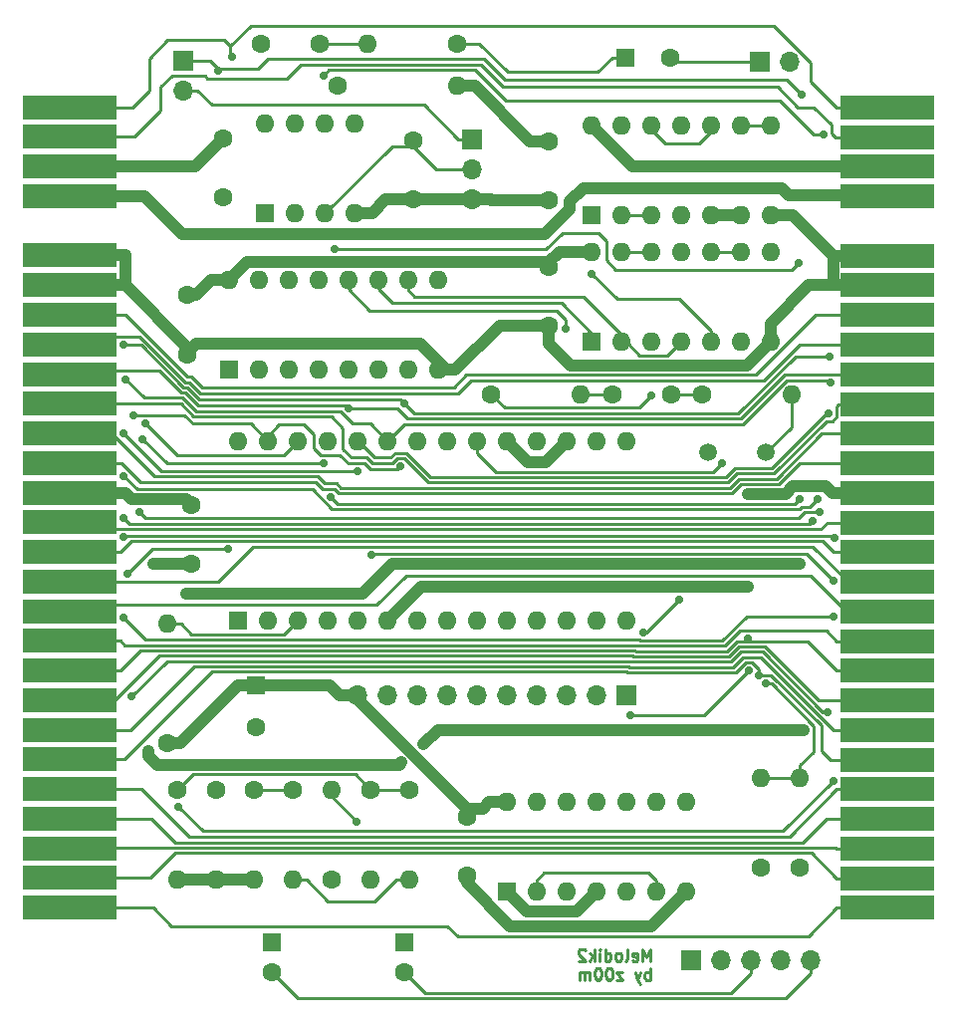
<source format=gbl>
G04 #@! TF.GenerationSoftware,KiCad,Pcbnew,6.0.11+dfsg-1*
G04 #@! TF.CreationDate,2025-03-28T14:55:45+01:00*
G04 #@! TF.ProjectId,Melodik2,4d656c6f-6469-46b3-922e-6b696361645f,2.0*
G04 #@! TF.SameCoordinates,Original*
G04 #@! TF.FileFunction,Copper,L2,Bot*
G04 #@! TF.FilePolarity,Positive*
%FSLAX46Y46*%
G04 Gerber Fmt 4.6, Leading zero omitted, Abs format (unit mm)*
G04 Created by KiCad (PCBNEW 6.0.11+dfsg-1) date 2025-03-28 14:55:45*
%MOMM*%
%LPD*%
G01*
G04 APERTURE LIST*
%ADD10C,0.250000*%
G04 #@! TA.AperFunction,NonConductor*
%ADD11C,0.250000*%
G04 #@! TD*
G04 #@! TA.AperFunction,ComponentPad*
%ADD12C,1.600000*%
G04 #@! TD*
G04 #@! TA.AperFunction,ComponentPad*
%ADD13O,1.600000X1.600000*%
G04 #@! TD*
G04 #@! TA.AperFunction,ComponentPad*
%ADD14R,1.600000X1.600000*%
G04 #@! TD*
G04 #@! TA.AperFunction,SMDPad,CuDef*
%ADD15R,8.000000X2.000000*%
G04 #@! TD*
G04 #@! TA.AperFunction,ComponentPad*
%ADD16R,1.700000X1.700000*%
G04 #@! TD*
G04 #@! TA.AperFunction,ComponentPad*
%ADD17O,1.700000X1.700000*%
G04 #@! TD*
G04 #@! TA.AperFunction,ComponentPad*
%ADD18C,1.500000*%
G04 #@! TD*
G04 #@! TA.AperFunction,ViaPad*
%ADD19C,0.700000*%
G04 #@! TD*
G04 #@! TA.AperFunction,ViaPad*
%ADD20C,1.000000*%
G04 #@! TD*
G04 #@! TA.AperFunction,Conductor*
%ADD21C,0.250000*%
G04 #@! TD*
G04 #@! TA.AperFunction,Conductor*
%ADD22C,1.000000*%
G04 #@! TD*
G04 APERTURE END LIST*
D10*
D11*
X160557619Y-126067380D02*
X160557619Y-125067380D01*
X160224285Y-125781666D01*
X159890952Y-125067380D01*
X159890952Y-126067380D01*
X159033809Y-126019761D02*
X159129047Y-126067380D01*
X159319523Y-126067380D01*
X159414761Y-126019761D01*
X159462380Y-125924523D01*
X159462380Y-125543571D01*
X159414761Y-125448333D01*
X159319523Y-125400714D01*
X159129047Y-125400714D01*
X159033809Y-125448333D01*
X158986190Y-125543571D01*
X158986190Y-125638809D01*
X159462380Y-125734047D01*
X158414761Y-126067380D02*
X158510000Y-126019761D01*
X158557619Y-125924523D01*
X158557619Y-125067380D01*
X157890952Y-126067380D02*
X157986190Y-126019761D01*
X158033809Y-125972142D01*
X158081428Y-125876904D01*
X158081428Y-125591190D01*
X158033809Y-125495952D01*
X157986190Y-125448333D01*
X157890952Y-125400714D01*
X157748095Y-125400714D01*
X157652857Y-125448333D01*
X157605238Y-125495952D01*
X157557619Y-125591190D01*
X157557619Y-125876904D01*
X157605238Y-125972142D01*
X157652857Y-126019761D01*
X157748095Y-126067380D01*
X157890952Y-126067380D01*
X156700476Y-126067380D02*
X156700476Y-125067380D01*
X156700476Y-126019761D02*
X156795714Y-126067380D01*
X156986190Y-126067380D01*
X157081428Y-126019761D01*
X157129047Y-125972142D01*
X157176666Y-125876904D01*
X157176666Y-125591190D01*
X157129047Y-125495952D01*
X157081428Y-125448333D01*
X156986190Y-125400714D01*
X156795714Y-125400714D01*
X156700476Y-125448333D01*
X156224285Y-126067380D02*
X156224285Y-125400714D01*
X156224285Y-125067380D02*
X156271904Y-125115000D01*
X156224285Y-125162619D01*
X156176666Y-125115000D01*
X156224285Y-125067380D01*
X156224285Y-125162619D01*
X155748095Y-126067380D02*
X155748095Y-125067380D01*
X155652857Y-125686428D02*
X155367142Y-126067380D01*
X155367142Y-125400714D02*
X155748095Y-125781666D01*
X154986190Y-125162619D02*
X154938571Y-125115000D01*
X154843333Y-125067380D01*
X154605238Y-125067380D01*
X154510000Y-125115000D01*
X154462380Y-125162619D01*
X154414761Y-125257857D01*
X154414761Y-125353095D01*
X154462380Y-125495952D01*
X155033809Y-126067380D01*
X154414761Y-126067380D01*
X160510000Y-127677380D02*
X160510000Y-126677380D01*
X160510000Y-127058333D02*
X160414761Y-127010714D01*
X160224285Y-127010714D01*
X160129047Y-127058333D01*
X160081428Y-127105952D01*
X160033809Y-127201190D01*
X160033809Y-127486904D01*
X160081428Y-127582142D01*
X160129047Y-127629761D01*
X160224285Y-127677380D01*
X160414761Y-127677380D01*
X160510000Y-127629761D01*
X159700476Y-127010714D02*
X159462380Y-127677380D01*
X159224285Y-127010714D02*
X159462380Y-127677380D01*
X159557619Y-127915476D01*
X159605238Y-127963095D01*
X159700476Y-128010714D01*
X158176666Y-127010714D02*
X157652857Y-127010714D01*
X158176666Y-127677380D01*
X157652857Y-127677380D01*
X157081428Y-126677380D02*
X156986190Y-126677380D01*
X156890952Y-126725000D01*
X156843333Y-126772619D01*
X156795714Y-126867857D01*
X156748095Y-127058333D01*
X156748095Y-127296428D01*
X156795714Y-127486904D01*
X156843333Y-127582142D01*
X156890952Y-127629761D01*
X156986190Y-127677380D01*
X157081428Y-127677380D01*
X157176666Y-127629761D01*
X157224285Y-127582142D01*
X157271904Y-127486904D01*
X157319523Y-127296428D01*
X157319523Y-127058333D01*
X157271904Y-126867857D01*
X157224285Y-126772619D01*
X157176666Y-126725000D01*
X157081428Y-126677380D01*
X156129047Y-126677380D02*
X156033809Y-126677380D01*
X155938571Y-126725000D01*
X155890952Y-126772619D01*
X155843333Y-126867857D01*
X155795714Y-127058333D01*
X155795714Y-127296428D01*
X155843333Y-127486904D01*
X155890952Y-127582142D01*
X155938571Y-127629761D01*
X156033809Y-127677380D01*
X156129047Y-127677380D01*
X156224285Y-127629761D01*
X156271904Y-127582142D01*
X156319523Y-127486904D01*
X156367142Y-127296428D01*
X156367142Y-127058333D01*
X156319523Y-126867857D01*
X156271904Y-126772619D01*
X156224285Y-126725000D01*
X156129047Y-126677380D01*
X155367142Y-127677380D02*
X155367142Y-127010714D01*
X155367142Y-127105952D02*
X155319523Y-127058333D01*
X155224285Y-127010714D01*
X155081428Y-127010714D01*
X154986190Y-127058333D01*
X154938571Y-127153571D01*
X154938571Y-127677380D01*
X154938571Y-127153571D02*
X154890952Y-127058333D01*
X154795714Y-127010714D01*
X154652857Y-127010714D01*
X154557619Y-127058333D01*
X154510000Y-127153571D01*
X154510000Y-127677380D01*
D12*
X144070000Y-48120000D03*
D13*
X136450000Y-48120000D03*
D12*
X120310000Y-111550000D03*
D13*
X120310000Y-119170000D03*
D14*
X155525000Y-62700000D03*
D13*
X158065000Y-62700000D03*
X160605000Y-62700000D03*
X163145000Y-62700000D03*
X165685000Y-62700000D03*
X168225000Y-62700000D03*
X170765000Y-62700000D03*
X170765000Y-55080000D03*
X168225000Y-55080000D03*
X165685000Y-55080000D03*
X163145000Y-55080000D03*
X160605000Y-55080000D03*
X158065000Y-55080000D03*
X155525000Y-55080000D03*
D12*
X121500000Y-92300000D03*
X121500000Y-87300000D03*
D14*
X124675000Y-75850000D03*
D13*
X127215000Y-75850000D03*
X129755000Y-75850000D03*
X132295000Y-75850000D03*
X134835000Y-75850000D03*
X137375000Y-75850000D03*
X139915000Y-75850000D03*
X142455000Y-75850000D03*
X142455000Y-68230000D03*
X139915000Y-68230000D03*
X137375000Y-68230000D03*
X134835000Y-68230000D03*
X132295000Y-68230000D03*
X129755000Y-68230000D03*
X127215000Y-68230000D03*
X124675000Y-68230000D03*
D12*
X157300000Y-77900000D03*
X162300000Y-77900000D03*
X146990000Y-77900000D03*
D13*
X154610000Y-77900000D03*
D12*
X133460000Y-119180000D03*
D13*
X133460000Y-111560000D03*
D12*
X124210000Y-56170000D03*
X124210000Y-61170000D03*
X123610000Y-111550000D03*
D13*
X123610000Y-119170000D03*
D15*
X111180000Y-53510000D03*
X111180000Y-56030000D03*
X111180000Y-58550000D03*
X111180000Y-61070000D03*
X111180000Y-66110000D03*
X111180000Y-68630000D03*
X111180000Y-71150000D03*
X111180000Y-73670000D03*
X111180000Y-76190000D03*
X111180000Y-78710000D03*
X111180000Y-81230000D03*
X111200000Y-83750000D03*
X111180000Y-86270000D03*
X111180000Y-88790000D03*
X111180000Y-91310000D03*
X111180000Y-93830000D03*
X111180000Y-96350000D03*
X111180000Y-98870000D03*
X111180000Y-101390000D03*
X111180000Y-103910000D03*
X111180000Y-106430000D03*
X111180000Y-108950000D03*
X111180000Y-111470000D03*
X111180000Y-113990000D03*
X111180000Y-116510000D03*
X111180000Y-119030000D03*
X111180000Y-121550000D03*
D12*
X136760000Y-111560000D03*
D13*
X136760000Y-119180000D03*
D16*
X158500000Y-103500000D03*
D17*
X155960000Y-103500000D03*
X153420000Y-103500000D03*
X150880000Y-103500000D03*
X148340000Y-103500000D03*
X145800000Y-103500000D03*
X143260000Y-103500000D03*
X140720000Y-103500000D03*
X138180000Y-103500000D03*
X135640000Y-103500000D03*
D18*
X165460000Y-82870000D03*
X170340000Y-82870000D03*
D12*
X164900000Y-77900000D03*
D13*
X172520000Y-77900000D03*
D12*
X130160000Y-111560000D03*
D13*
X130160000Y-119180000D03*
D14*
X127760000Y-62520000D03*
D13*
X130300000Y-62520000D03*
X132840000Y-62520000D03*
X135380000Y-62520000D03*
X135380000Y-54900000D03*
X132840000Y-54900000D03*
X130300000Y-54900000D03*
X127760000Y-54900000D03*
D14*
X158404700Y-49270000D03*
D12*
X162204700Y-49270000D03*
D16*
X169860000Y-49670000D03*
D17*
X172400000Y-49670000D03*
D12*
X140060000Y-111560000D03*
D13*
X140060000Y-119180000D03*
D12*
X151900000Y-67100000D03*
X151900000Y-72100000D03*
X169960000Y-118170000D03*
D13*
X169960000Y-110550000D03*
D12*
X119500000Y-107580000D03*
D13*
X119500000Y-97420000D03*
D16*
X120810000Y-49535000D03*
D17*
X120810000Y-52075000D03*
D14*
X155525000Y-73400000D03*
D13*
X158065000Y-73400000D03*
X160605000Y-73400000D03*
X163145000Y-73400000D03*
X165685000Y-73400000D03*
X168225000Y-73400000D03*
X170765000Y-73400000D03*
X170765000Y-65780000D03*
X168225000Y-65780000D03*
X165685000Y-65780000D03*
X163145000Y-65780000D03*
X160605000Y-65780000D03*
X158065000Y-65780000D03*
X155525000Y-65780000D03*
D16*
X164040000Y-126020000D03*
D17*
X166580000Y-126020000D03*
X169120000Y-126020000D03*
X171660000Y-126020000D03*
X174200000Y-126020000D03*
D12*
X126860000Y-111560000D03*
D13*
X126860000Y-119180000D03*
D14*
X139600000Y-124504900D03*
D12*
X139600000Y-127004900D03*
D14*
X125500000Y-97125000D03*
D13*
X128040000Y-97125000D03*
X130580000Y-97125000D03*
X133120000Y-97125000D03*
X135660000Y-97125000D03*
X138200000Y-97125000D03*
X140740000Y-97125000D03*
X143280000Y-97125000D03*
X145820000Y-97125000D03*
X148360000Y-97125000D03*
X150900000Y-97125000D03*
X153440000Y-97125000D03*
X155980000Y-97125000D03*
X158520000Y-97125000D03*
X158520000Y-81885000D03*
X155980000Y-81885000D03*
X153440000Y-81885000D03*
X150900000Y-81885000D03*
X148360000Y-81885000D03*
X145820000Y-81885000D03*
X143280000Y-81885000D03*
X140740000Y-81885000D03*
X138200000Y-81885000D03*
X135660000Y-81885000D03*
X133120000Y-81885000D03*
X130580000Y-81885000D03*
X128040000Y-81885000D03*
X125500000Y-81885000D03*
D15*
X180700000Y-53530000D03*
X180700000Y-56050000D03*
X180700000Y-58570000D03*
X180700000Y-61090000D03*
X180700000Y-66130000D03*
X180700000Y-68650000D03*
X180700000Y-71170000D03*
X180700000Y-73690000D03*
X180700000Y-76210000D03*
X180700000Y-78730000D03*
X180700000Y-81250000D03*
X180720000Y-83770000D03*
X180700000Y-86290000D03*
X180700000Y-88810000D03*
X180700000Y-91330000D03*
X180700000Y-93850000D03*
X180700000Y-96370000D03*
X180700000Y-98890000D03*
X180700000Y-101410000D03*
X180700000Y-103930000D03*
X180700000Y-106450000D03*
X180700000Y-108970000D03*
X180700000Y-111490000D03*
X180700000Y-114010000D03*
X180700000Y-116530000D03*
X180700000Y-119050000D03*
X180700000Y-121570000D03*
D16*
X145400000Y-56275000D03*
D17*
X145400000Y-58815000D03*
X145400000Y-61355000D03*
D12*
X132410000Y-48120000D03*
X127410000Y-48120000D03*
X173260000Y-118180000D03*
D13*
X173260000Y-110560000D03*
D12*
X121200000Y-69500000D03*
X121200000Y-74500000D03*
X144960000Y-113820000D03*
X144960000Y-118820000D03*
X151900000Y-56400000D03*
X151900000Y-61400000D03*
D14*
X148335000Y-120170000D03*
D13*
X150875000Y-120170000D03*
X153415000Y-120170000D03*
X155955000Y-120170000D03*
X158495000Y-120170000D03*
X161035000Y-120170000D03*
X163575000Y-120170000D03*
X163575000Y-112550000D03*
X161035000Y-112550000D03*
X158495000Y-112550000D03*
X155955000Y-112550000D03*
X153415000Y-112550000D03*
X150875000Y-112550000D03*
X148335000Y-112550000D03*
D12*
X140360000Y-56370000D03*
X140360000Y-61370000D03*
D14*
X127010000Y-102664000D03*
D12*
X127010000Y-106164000D03*
X133930000Y-51670000D03*
D13*
X144090000Y-51670000D03*
D14*
X128350000Y-124499800D03*
D12*
X128350000Y-126999800D03*
D19*
X120428300Y-112953500D03*
X176085400Y-110794300D03*
X175583500Y-104892000D03*
X116441300Y-103579500D03*
X176163500Y-90084700D03*
X115739400Y-90058200D03*
X174327000Y-88675700D03*
X115745000Y-88453300D03*
X174962400Y-87956000D03*
X117076000Y-87893000D03*
X174745300Y-86797500D03*
X115754600Y-84850500D03*
X176133400Y-93719300D03*
X136854800Y-91523000D03*
X124626500Y-91072900D03*
X116101000Y-93145900D03*
X176118600Y-96796600D03*
X115732200Y-96899500D03*
X166602400Y-83774300D03*
X168813200Y-98678400D03*
X162993100Y-95329300D03*
X159931500Y-98160100D03*
X123779700Y-50370100D03*
X173427100Y-52464200D03*
X155568000Y-67644200D03*
X153364200Y-72340700D03*
X158802500Y-105150000D03*
X168906200Y-101379000D03*
X160635900Y-78045800D03*
X170320200Y-102511100D03*
X135580900Y-114206200D03*
D20*
X118270200Y-92300000D03*
X168798400Y-58570000D03*
X168844100Y-94271500D03*
X168844100Y-86384600D03*
D19*
X139614900Y-78688000D03*
X115737100Y-73726900D03*
X175795000Y-74672900D03*
X115889300Y-76630200D03*
X175873100Y-76889500D03*
X135660000Y-84470800D03*
X115772600Y-81230000D03*
X175722900Y-79521400D03*
X132796700Y-83795700D03*
X117349900Y-81701200D03*
X173263200Y-86790200D03*
X133379900Y-86624500D03*
X117590900Y-80350900D03*
X116566300Y-79675800D03*
X139307900Y-84022900D03*
X133713100Y-65571600D03*
X173140800Y-66713500D03*
X169780500Y-101777700D03*
X124960200Y-49189800D03*
X175230700Y-55834300D03*
X132728400Y-50827800D03*
X134910500Y-79123700D03*
D20*
X121049900Y-94825600D03*
X173188000Y-92282000D03*
X173561600Y-106450000D03*
X141219400Y-107683500D03*
X139347100Y-109205700D03*
X117887600Y-108238000D03*
D21*
X130800000Y-49900000D02*
X129654700Y-51045300D01*
X122650400Y-50850400D02*
X119849600Y-50850400D01*
X122845300Y-51045300D02*
X122650400Y-50850400D01*
X129654700Y-51045300D02*
X122845300Y-51045300D01*
X119849600Y-50850400D02*
X118900000Y-51800000D01*
X146100000Y-49900000D02*
X130800000Y-49900000D01*
X147978700Y-51778700D02*
X146100000Y-49900000D01*
X171378700Y-51778700D02*
X147978700Y-51778700D01*
X173100000Y-53500000D02*
X171378700Y-51778700D01*
X116670000Y-56030000D02*
X111180000Y-56030000D01*
X175905700Y-55005700D02*
X174400000Y-53500000D01*
X175905700Y-55705700D02*
X175905700Y-55005700D01*
X174400000Y-53500000D02*
X173100000Y-53500000D01*
X176250000Y-56050000D02*
X175905700Y-55705700D01*
X180700000Y-56050000D02*
X176250000Y-56050000D01*
X118900000Y-51800000D02*
X118900000Y-53800000D01*
X118900000Y-53800000D02*
X116670000Y-56030000D01*
X180700000Y-88810000D02*
X175590000Y-88810000D01*
X175590000Y-88810000D02*
X175030000Y-89370000D01*
X175030000Y-89370000D02*
X111760000Y-89370000D01*
X111760000Y-89370000D02*
X111180000Y-88790000D01*
X180700000Y-93850000D02*
X177350000Y-93850000D01*
X177350000Y-93850000D02*
X174347900Y-90847900D01*
X174347900Y-90847900D02*
X126745700Y-90847900D01*
X126745700Y-90847900D02*
X123763600Y-93830000D01*
X123763600Y-93830000D02*
X111180000Y-93830000D01*
X180700000Y-91330000D02*
X176130000Y-91330000D01*
X176130000Y-91330000D02*
X175197700Y-90397700D01*
X175197700Y-90397700D02*
X116417400Y-90397700D01*
X116417400Y-90397700D02*
X115505100Y-91310000D01*
X115505100Y-91310000D02*
X111180000Y-91310000D01*
X176118600Y-96796600D02*
X168703400Y-96796600D01*
X166657600Y-98842400D02*
X159658900Y-98842400D01*
X168703400Y-96796600D02*
X166657600Y-98842400D01*
X159594600Y-98778100D02*
X117610800Y-98778100D01*
X159658900Y-98842400D02*
X159594600Y-98778100D01*
X117610800Y-98778100D02*
X115732200Y-96899500D01*
X180700000Y-98890000D02*
X176374900Y-98890000D01*
X166855204Y-99292500D02*
X159472400Y-99292500D01*
X159472400Y-99292500D02*
X159408100Y-99228200D01*
X176374900Y-98890000D02*
X175488200Y-98003300D01*
X175488200Y-98003300D02*
X168144404Y-98003300D01*
X168144404Y-98003300D02*
X166855204Y-99292500D01*
X159408100Y-99228200D02*
X115863300Y-99228200D01*
X115863300Y-99228200D02*
X115505100Y-98870000D01*
X115505100Y-98870000D02*
X111180000Y-98870000D01*
X180700000Y-108970000D02*
X175870000Y-108970000D01*
X170812600Y-101777800D02*
X169780500Y-101777800D01*
X175870000Y-108970000D02*
X175100000Y-108200000D01*
X175100000Y-108200000D02*
X175100000Y-106065200D01*
X175100000Y-106065200D02*
X170812600Y-101777800D01*
X169780500Y-101777800D02*
X169780500Y-101777700D01*
X180700000Y-114010000D02*
X175490000Y-114010000D01*
X175490000Y-114010000D02*
X173500000Y-116000000D01*
X173500000Y-116000000D02*
X120100000Y-116000000D01*
X120100000Y-116000000D02*
X118090000Y-113990000D01*
X118090000Y-113990000D02*
X111180000Y-113990000D01*
X180700000Y-111490000D02*
X176374900Y-111490000D01*
X176374900Y-111490000D02*
X172364900Y-115500000D01*
X172364900Y-115500000D02*
X121300000Y-115500000D01*
X121300000Y-115500000D02*
X117270000Y-111470000D01*
X117270000Y-111470000D02*
X111180000Y-111470000D01*
X176085400Y-110794300D02*
X171829700Y-115050000D01*
X171829700Y-115050000D02*
X122524800Y-115050000D01*
X122524800Y-115050000D02*
X120428300Y-112953500D01*
X180700000Y-116530000D02*
X176374900Y-116530000D01*
X176374900Y-116530000D02*
X176294900Y-116450000D01*
X176294900Y-116450000D02*
X111240000Y-116450000D01*
X111240000Y-116450000D02*
X111180000Y-116510000D01*
X180700000Y-119050000D02*
X176374900Y-119050000D01*
X176374900Y-119050000D02*
X174224900Y-116900000D01*
X174224900Y-116900000D02*
X120120000Y-116900000D01*
X120120000Y-116900000D02*
X117990000Y-119030000D01*
X117990000Y-119030000D02*
X111180000Y-119030000D01*
X139600000Y-127004900D02*
X141380400Y-128785300D01*
X167414700Y-128785300D02*
X169120000Y-127080000D01*
X141380400Y-128785300D02*
X167414700Y-128785300D01*
X169120000Y-127080000D02*
X169120000Y-126020000D01*
X128350000Y-126999800D02*
X130585600Y-129235400D01*
X130585600Y-129235400D02*
X172064600Y-129235400D01*
X172064600Y-129235400D02*
X174200000Y-127100000D01*
X174200000Y-127100000D02*
X174200000Y-126020000D01*
X161035000Y-120170000D02*
X161035000Y-119235000D01*
X161035000Y-119235000D02*
X160400000Y-118600000D01*
X160400000Y-118600000D02*
X151500000Y-118600000D01*
X151500000Y-118600000D02*
X150875000Y-119225000D01*
X150875000Y-119225000D02*
X150875000Y-120170000D01*
D22*
X148335000Y-120170000D02*
X150065000Y-121900000D01*
X150065000Y-121900000D02*
X154225000Y-121900000D01*
X154225000Y-121900000D02*
X155955000Y-120170000D01*
X163575000Y-120170000D02*
X160645000Y-123100000D01*
X160645000Y-123100000D02*
X148609200Y-123100000D01*
X148609200Y-123100000D02*
X144960000Y-119450800D01*
X144960000Y-119450800D02*
X144960000Y-118820000D01*
D21*
X180700000Y-121570000D02*
X176374900Y-121570000D01*
X173969700Y-123975200D02*
X144171300Y-123975200D01*
X176374900Y-121570000D02*
X173969700Y-123975200D01*
X144171300Y-123975200D02*
X143296100Y-123100000D01*
X119830300Y-123100000D02*
X118280300Y-121550000D01*
X143296100Y-123100000D02*
X119830300Y-123100000D01*
X118280300Y-121550000D02*
X111180000Y-121550000D01*
X130160000Y-119180000D02*
X131285100Y-119180000D01*
X131285100Y-119180000D02*
X133105100Y-121000000D01*
X133105100Y-121000000D02*
X137114900Y-121000000D01*
X137114900Y-121000000D02*
X138934900Y-119180000D01*
X138934900Y-119180000D02*
X140060000Y-119180000D01*
X169780500Y-101777700D02*
X169780500Y-101298500D01*
X169780500Y-101298500D02*
X169185900Y-100703900D01*
X169185900Y-100703900D02*
X168626700Y-100703900D01*
X168626700Y-100703900D02*
X167773200Y-101557400D01*
X167773200Y-101557400D02*
X158554300Y-101557400D01*
X158554300Y-101557400D02*
X158486700Y-101489800D01*
X158486700Y-101489800D02*
X123310200Y-101489800D01*
X123310200Y-101489800D02*
X115850000Y-108950000D01*
X115850000Y-108950000D02*
X111180000Y-108950000D01*
X111180000Y-96350000D02*
X111708700Y-95821300D01*
X111708700Y-95821300D02*
X137278700Y-95821300D01*
X137278700Y-95821300D02*
X139800000Y-93300000D01*
X139800000Y-93300000D02*
X174122700Y-93300000D01*
X174122700Y-93300000D02*
X177192700Y-96370000D01*
X177192700Y-96370000D02*
X180700000Y-96370000D01*
X130580000Y-97125000D02*
X129376900Y-98328100D01*
X129376900Y-98328100D02*
X121533200Y-98328100D01*
X121533200Y-98328100D02*
X120625100Y-97420000D01*
X120625100Y-97420000D02*
X119500000Y-97420000D01*
X135580900Y-114206200D02*
X133460000Y-112085300D01*
X133460000Y-112085300D02*
X133460000Y-111560000D01*
X136760000Y-111560000D02*
X135425000Y-110225000D01*
X135425000Y-110225000D02*
X121635000Y-110225000D01*
X121635000Y-110225000D02*
X120310000Y-111550000D01*
D22*
X139347100Y-109205700D02*
X139152800Y-109400000D01*
X139152800Y-109400000D02*
X118600000Y-109400000D01*
X118600000Y-109400000D02*
X117887600Y-108687600D01*
X117887600Y-108687600D02*
X117887600Y-108238000D01*
X144960000Y-113121300D02*
X135640000Y-103801300D01*
X135640000Y-103801300D02*
X135640000Y-103500000D01*
D21*
X180700000Y-103930000D02*
X174874600Y-103930000D01*
X174874600Y-103930000D02*
X170298200Y-99353600D01*
X170298200Y-99353600D02*
X168067100Y-99353600D01*
X168067100Y-99353600D02*
X167213600Y-100207100D01*
X167213600Y-100207100D02*
X159113800Y-100207100D01*
X118771600Y-100128400D02*
X114990000Y-103910000D01*
X159113800Y-100207100D02*
X159035100Y-100128400D01*
X159035100Y-100128400D02*
X118771600Y-100128400D01*
X114990000Y-103910000D02*
X111180000Y-103910000D01*
D22*
X121500000Y-87300000D02*
X121033600Y-86833600D01*
X121033600Y-86833600D02*
X116443700Y-86833600D01*
X116443700Y-86833600D02*
X115880100Y-86270000D01*
X115880100Y-86270000D02*
X111180000Y-86270000D01*
D21*
X180700000Y-81250000D02*
X175093004Y-81250000D01*
X134196800Y-85850000D02*
X133846100Y-85499300D01*
X133846100Y-85499300D02*
X132880400Y-85499300D01*
X175093004Y-81250000D02*
X171243004Y-85100000D01*
X132880400Y-85499300D02*
X132267600Y-84886500D01*
X132267600Y-84886500D02*
X118386500Y-84886500D01*
X171243004Y-85100000D02*
X168073800Y-85100000D01*
X167323800Y-85850000D02*
X134196800Y-85850000D01*
X118386500Y-84886500D02*
X114730000Y-81230000D01*
X168073800Y-85100000D02*
X167323800Y-85850000D01*
X114730000Y-81230000D02*
X111180000Y-81230000D01*
X128040000Y-81885000D02*
X126550100Y-80395100D01*
X126550100Y-80395100D02*
X121658704Y-80395100D01*
X121658704Y-80395100D02*
X120939404Y-79675800D01*
X120939404Y-79675800D02*
X116566300Y-79675800D01*
X139028300Y-83347800D02*
X139587600Y-83347800D01*
X138576100Y-83800000D02*
X139028300Y-83347800D01*
X136900000Y-83800000D02*
X138576100Y-83800000D01*
X136400000Y-83300000D02*
X136900000Y-83800000D01*
X134390000Y-82590000D02*
X135100000Y-83300000D01*
X134390000Y-80790000D02*
X134390000Y-82590000D01*
X139587600Y-83347800D02*
X141639800Y-85400000D01*
X141639800Y-85400000D02*
X167137404Y-85400000D01*
X167887404Y-84650000D02*
X171056608Y-84650000D01*
X121694700Y-79794700D02*
X133394700Y-79794700D01*
X133394700Y-79794700D02*
X134390000Y-80790000D01*
X135100000Y-83300000D02*
X136400000Y-83300000D01*
X167137404Y-85400000D02*
X167887404Y-84650000D01*
X120610000Y-78710000D02*
X121694700Y-79794700D01*
X111180000Y-78710000D02*
X120610000Y-78710000D01*
X171056608Y-84650000D02*
X175510108Y-80196500D01*
X175510108Y-80196500D02*
X176002600Y-80196500D01*
X176002600Y-80196500D02*
X176398000Y-79801100D01*
X176398000Y-79801100D02*
X176398000Y-78902000D01*
X176398000Y-78902000D02*
X176570000Y-78730000D01*
X176570000Y-78730000D02*
X180700000Y-78730000D01*
X180700000Y-71170000D02*
X174621300Y-71170000D01*
X174621300Y-71170000D02*
X169522900Y-76268400D01*
X169522900Y-76268400D02*
X144887800Y-76268400D01*
X122399992Y-77300000D02*
X121519292Y-76419300D01*
X144887800Y-76268400D02*
X143856200Y-77300000D01*
X143856200Y-77300000D02*
X122399992Y-77300000D01*
X121519292Y-76419300D02*
X121199892Y-76419300D01*
X121199892Y-76419300D02*
X115930592Y-71150000D01*
X115930592Y-71150000D02*
X111180000Y-71150000D01*
X111180000Y-73670000D02*
X111858700Y-72991300D01*
X122263596Y-77800000D02*
X144217600Y-77800000D01*
X111858700Y-72991300D02*
X117135496Y-72991300D01*
X117135496Y-72991300D02*
X121013496Y-76869300D01*
X121013496Y-76869300D02*
X121332896Y-76869300D01*
X121332896Y-76869300D02*
X122263596Y-77800000D01*
X144217600Y-77800000D02*
X145299000Y-76718600D01*
X145299000Y-76718600D02*
X170200400Y-76718600D01*
X170200400Y-76718600D02*
X173228900Y-73690100D01*
X173228900Y-73690100D02*
X176374900Y-73690100D01*
X176374900Y-73690100D02*
X176374900Y-73690000D01*
X176374900Y-73690000D02*
X180700000Y-73690000D01*
D22*
X151900000Y-72100000D02*
X151900000Y-73600000D01*
X151900000Y-73600000D02*
X153743400Y-75443400D01*
X153743400Y-75443400D02*
X168721600Y-75443400D01*
X168721600Y-75443400D02*
X170765000Y-73400000D01*
X143205100Y-75850000D02*
X140955100Y-73600000D01*
X140955100Y-73600000D02*
X121938700Y-73600000D01*
X121938700Y-73600000D02*
X121200000Y-74338700D01*
D21*
X130580000Y-81885000D02*
X129402500Y-83062500D01*
X120302500Y-83062500D02*
X117590900Y-80350900D01*
X129402500Y-83062500D02*
X120302500Y-83062500D01*
X127581900Y-81885000D02*
X128966900Y-80500000D01*
X135380405Y-83795800D02*
X136195800Y-83795800D01*
X128966900Y-80500000D02*
X131100000Y-80500000D01*
X131100000Y-80500000D02*
X131900000Y-81300000D01*
X131900000Y-81300000D02*
X131900000Y-82500000D01*
X131900000Y-82500000D02*
X132500000Y-83100000D01*
X132500000Y-83100000D02*
X134148100Y-83100000D01*
X134148100Y-83100000D02*
X134848100Y-83800000D01*
X134848100Y-83800000D02*
X135376205Y-83800000D01*
X135376205Y-83800000D02*
X135380405Y-83795800D01*
X136195800Y-83795800D02*
X136700000Y-84300000D01*
X136700000Y-84300000D02*
X139030800Y-84300000D01*
X139030800Y-84300000D02*
X139307900Y-84022900D01*
X175722900Y-79521400D02*
X175548812Y-79521400D01*
X175548812Y-79521400D02*
X170870212Y-84200000D01*
X170870212Y-84200000D02*
X167700000Y-84200000D01*
X167700000Y-84200000D02*
X166950000Y-84950000D01*
X135685000Y-81885000D02*
X135660000Y-81885000D01*
X166950000Y-84950000D02*
X141826400Y-84950000D01*
X141826400Y-84950000D02*
X139774100Y-82897700D01*
X139774100Y-82897700D02*
X138841800Y-82897700D01*
X138841800Y-82897700D02*
X138439500Y-83300000D01*
X138439500Y-83300000D02*
X137100000Y-83300000D01*
X137100000Y-83300000D02*
X135685000Y-81885000D01*
X115889300Y-76630200D02*
X117478600Y-78219500D01*
X134176700Y-79344600D02*
X135232100Y-80400000D01*
X117478600Y-78219500D02*
X120769400Y-78219500D01*
X121894500Y-79344600D02*
X134176700Y-79344600D01*
X120769400Y-78219500D02*
X121894500Y-79344600D01*
X135232100Y-80400000D02*
X136715000Y-80400000D01*
X136715000Y-80400000D02*
X138200000Y-81885000D01*
X138200000Y-81885000D02*
X139647900Y-80437100D01*
X139647900Y-80437100D02*
X168391600Y-80437100D01*
X168391600Y-80437100D02*
X172100300Y-76728400D01*
X172100300Y-76728400D02*
X175712000Y-76728400D01*
X175712000Y-76728400D02*
X175873100Y-76889500D01*
X180720000Y-83770000D02*
X173209400Y-83770000D01*
X173209400Y-83770000D02*
X171419800Y-85559600D01*
X171419800Y-85559600D02*
X168250800Y-85559600D01*
X168250800Y-85559600D02*
X167510400Y-86300000D01*
X132693900Y-85949400D02*
X132081100Y-85336600D01*
X167510400Y-86300000D02*
X134010200Y-86300000D01*
X134010200Y-86300000D02*
X133659600Y-85949400D01*
X115608900Y-83750000D02*
X111200000Y-83750000D01*
X133659600Y-85949400D02*
X132693900Y-85949400D01*
X132081100Y-85336600D02*
X117195500Y-85336600D01*
X117195500Y-85336600D02*
X115608900Y-83750000D01*
D22*
X180700000Y-86290000D02*
X175999900Y-86290000D01*
X175999900Y-86290000D02*
X175450000Y-85740100D01*
X175450000Y-85740100D02*
X172659900Y-85740100D01*
X172659900Y-85740100D02*
X172000900Y-86399100D01*
X172000900Y-86399100D02*
X168858600Y-86399100D01*
X168858600Y-86399100D02*
X168844100Y-86384600D01*
D21*
X133379900Y-86624500D02*
X133979500Y-87224100D01*
X133979500Y-87224100D02*
X172829300Y-87224100D01*
X172829300Y-87224100D02*
X173263200Y-86790200D01*
X174745300Y-86797500D02*
X174037000Y-87505800D01*
X174037000Y-87505800D02*
X173400000Y-87505800D01*
X173400000Y-87505800D02*
X173231600Y-87674200D01*
X173231600Y-87674200D02*
X133474900Y-87674200D01*
X133474900Y-87674200D02*
X131809100Y-86008400D01*
X131809100Y-86008400D02*
X116912500Y-86008400D01*
X116912500Y-86008400D02*
X115754600Y-84850500D01*
X174962400Y-87956000D02*
X173644000Y-87956000D01*
X173644000Y-87956000D02*
X173143500Y-88456500D01*
X173143500Y-88456500D02*
X117639500Y-88456500D01*
X117639500Y-88456500D02*
X117076000Y-87893000D01*
D22*
X153440000Y-81885000D02*
X151650000Y-83675000D01*
X151650000Y-83675000D02*
X150150000Y-83675000D01*
X150150000Y-83675000D02*
X148360000Y-81885000D01*
D21*
X145820000Y-81885000D02*
X145820000Y-82920000D01*
X145820000Y-82920000D02*
X147400000Y-84500000D01*
X147400000Y-84500000D02*
X165876700Y-84500000D01*
X165876700Y-84500000D02*
X166602400Y-83774300D01*
X165685000Y-73400000D02*
X165685000Y-72485000D01*
X165685000Y-72485000D02*
X163000000Y-69800000D01*
X163000000Y-69800000D02*
X157723800Y-69800000D01*
X157723800Y-69800000D02*
X155568000Y-67644200D01*
X163145000Y-73400000D02*
X161945000Y-74600000D01*
X161945000Y-74600000D02*
X159600000Y-74600000D01*
X158627600Y-73627600D02*
X158627600Y-73400000D01*
X159600000Y-74600000D02*
X158627600Y-73627600D01*
X134835000Y-68230000D02*
X134835000Y-68935000D01*
X136684300Y-70784300D02*
X152584300Y-70784300D01*
X134835000Y-68935000D02*
X136684300Y-70784300D01*
X152584300Y-70784300D02*
X153364100Y-71564100D01*
X153364100Y-71564100D02*
X153364100Y-72340700D01*
X153364100Y-72340700D02*
X153364200Y-72340700D01*
X155525000Y-73400000D02*
X155525000Y-72725000D01*
X155525000Y-72725000D02*
X152975300Y-70175300D01*
X152975300Y-70175300D02*
X138575300Y-70175300D01*
X138575300Y-70175300D02*
X137375000Y-68975000D01*
X137375000Y-68975000D02*
X137375000Y-68230000D01*
X158627600Y-73400000D02*
X154827600Y-69600000D01*
X154827600Y-69600000D02*
X140500000Y-69600000D01*
X140500000Y-69600000D02*
X139915000Y-69015000D01*
X139915000Y-69015000D02*
X139915000Y-68230000D01*
D22*
X180700000Y-68650000D02*
X176150000Y-68650000D01*
X176150000Y-68650000D02*
X174014900Y-68650000D01*
X176086000Y-68586000D02*
X176150000Y-68650000D01*
X176086000Y-66130000D02*
X176086000Y-68586000D01*
X180700000Y-66130000D02*
X176086000Y-66130000D01*
X176086000Y-66130000D02*
X172656000Y-62700000D01*
X172656000Y-62700000D02*
X170765000Y-62700000D01*
D21*
X133713100Y-65571600D02*
X151667500Y-65571600D01*
X151667500Y-65571600D02*
X153039100Y-64200000D01*
X156800000Y-64900000D02*
X156800000Y-66500000D01*
X153039100Y-64200000D02*
X156100000Y-64200000D01*
X156800000Y-66500000D02*
X157600000Y-67300000D01*
X172554300Y-67300000D02*
X173140800Y-66713500D01*
X156100000Y-64200000D02*
X156800000Y-64900000D01*
X157600000Y-67300000D02*
X172554300Y-67300000D01*
D22*
X111180000Y-61070000D02*
X117508100Y-61070000D01*
X172262156Y-61000000D02*
X180610000Y-61000000D01*
X117508100Y-61070000D02*
X120738100Y-64300000D01*
X120738100Y-64300000D02*
X151586187Y-64300000D01*
X154825000Y-60400000D02*
X171662156Y-60400000D01*
X171662156Y-60400000D02*
X172262156Y-61000000D01*
X151586187Y-64300000D02*
X153700000Y-62186187D01*
X153700000Y-62186187D02*
X153700000Y-61525000D01*
X180610000Y-61000000D02*
X180700000Y-61090000D01*
X153700000Y-61525000D02*
X154825000Y-60400000D01*
D21*
X140360000Y-56825400D02*
X138574600Y-56825400D01*
X138574600Y-56825400D02*
X132880000Y-62520000D01*
X132880000Y-62520000D02*
X132840000Y-62520000D01*
X160605000Y-55080000D02*
X160605000Y-55405000D01*
X164700000Y-56600000D02*
X165685000Y-55615000D01*
X165685000Y-55615000D02*
X165685000Y-55080000D01*
X160605000Y-55405000D02*
X161800000Y-56600000D01*
X161800000Y-56600000D02*
X164700000Y-56600000D01*
X132728400Y-50827800D02*
X133206200Y-50350000D01*
X133206200Y-50350000D02*
X145663400Y-50350000D01*
X145663400Y-50350000D02*
X148239100Y-52925700D01*
X148239100Y-52925700D02*
X171525700Y-52925700D01*
X171525700Y-52925700D02*
X174434300Y-55834300D01*
X174434300Y-55834300D02*
X175230700Y-55834300D01*
X123779700Y-50204200D02*
X127182100Y-50204200D01*
X127986300Y-49400000D02*
X146402500Y-49400000D01*
X127182100Y-50204200D02*
X127986300Y-49400000D01*
X146402500Y-49400000D02*
X148202500Y-51200000D01*
X148202500Y-51200000D02*
X172162900Y-51200000D01*
X172162900Y-51200000D02*
X173427100Y-52464200D01*
X124789300Y-48332300D02*
X124257000Y-47800000D01*
X124257000Y-47800000D02*
X119500000Y-47800000D01*
X119500000Y-47800000D02*
X117914200Y-49385800D01*
X117914200Y-49385800D02*
X117914200Y-52130000D01*
X117914200Y-52130000D02*
X116534200Y-53510000D01*
X116534200Y-53510000D02*
X111180000Y-53510000D01*
X119442300Y-100578500D02*
X116441300Y-103579500D01*
X158848600Y-100578500D02*
X119442300Y-100578500D01*
X158927300Y-100657200D02*
X158848600Y-100578500D01*
X167400100Y-100657200D02*
X158927300Y-100657200D01*
X168253600Y-99803700D02*
X167400100Y-100657200D01*
X170111700Y-99803700D02*
X168253600Y-99803700D01*
X175200000Y-104892000D02*
X170111700Y-99803700D01*
X175583500Y-104892000D02*
X175200000Y-104892000D01*
X115850000Y-89947600D02*
X115739400Y-90058200D01*
X176026400Y-89947600D02*
X115850000Y-89947600D01*
X176163500Y-90084700D02*
X176026400Y-89947600D01*
X116211500Y-88919800D02*
X115745000Y-88453300D01*
X174082900Y-88919800D02*
X116211500Y-88919800D01*
X174327000Y-88675700D02*
X174082900Y-88919800D01*
X173849100Y-91435000D02*
X176133400Y-93719300D01*
X136942800Y-91435000D02*
X173849100Y-91435000D01*
X136854800Y-91523000D02*
X136942800Y-91435000D01*
X118174000Y-91072900D02*
X124626500Y-91072900D01*
X116101000Y-93145900D02*
X118174000Y-91072900D01*
X111180000Y-101390000D02*
X115505100Y-101390000D01*
X180700000Y-101410000D02*
X176374900Y-101410000D01*
X168813200Y-98678400D02*
X168813200Y-98903500D01*
X173868400Y-98903500D02*
X168813200Y-98903500D01*
X176374900Y-101410000D02*
X173868400Y-98903500D01*
X117216800Y-99678300D02*
X115505100Y-101390000D01*
X159221600Y-99678300D02*
X117216800Y-99678300D01*
X159285900Y-99742600D02*
X159221600Y-99678300D01*
X167041500Y-99742600D02*
X159285900Y-99742600D01*
X167880600Y-98903500D02*
X167041500Y-99742600D01*
X168813200Y-98903500D02*
X167880600Y-98903500D01*
X160162300Y-98160100D02*
X162993100Y-95329300D01*
X159931500Y-98160100D02*
X160162300Y-98160100D01*
X126860000Y-111560000D02*
X130160000Y-111560000D01*
X140060000Y-111560000D02*
X136760000Y-111560000D01*
X120810000Y-49535000D02*
X121985100Y-49535000D01*
X123779700Y-50370100D02*
X123779700Y-50204200D01*
X123110500Y-49535000D02*
X121985100Y-49535000D01*
X123779700Y-50204200D02*
X123110500Y-49535000D01*
X160605000Y-62700000D02*
X158065000Y-62700000D01*
X158065000Y-73400000D02*
X158627600Y-73400000D01*
X172520000Y-77900000D02*
X172520000Y-79025100D01*
X172520000Y-80690000D02*
X172520000Y-79025100D01*
X170340000Y-82870000D02*
X172520000Y-80690000D01*
X165135200Y-105150000D02*
X158802500Y-105150000D01*
X168906200Y-101379000D02*
X165135200Y-105150000D01*
X158065000Y-65780000D02*
X160605000Y-65780000D01*
X159638500Y-79043200D02*
X160635900Y-78045800D01*
X148133200Y-79043200D02*
X159638500Y-79043200D01*
X146990000Y-77900000D02*
X148133200Y-79043200D01*
X145400000Y-56275000D02*
X144224900Y-56275000D01*
X120810000Y-52075000D02*
X121985100Y-52075000D01*
X170097700Y-110550000D02*
X170010100Y-110550000D01*
X169960000Y-110550000D02*
X170010100Y-110550000D01*
X123234800Y-53324700D02*
X121985100Y-52075000D01*
X141274600Y-53324700D02*
X123234800Y-53324700D01*
X144224900Y-56275000D02*
X141274600Y-53324700D01*
X170097700Y-110550000D02*
X171085100Y-110550000D01*
X171095100Y-110560000D02*
X171085100Y-110550000D01*
X173260000Y-110560000D02*
X171095100Y-110560000D01*
X173260000Y-110560000D02*
X173260000Y-109434900D01*
X170821700Y-102511100D02*
X170320200Y-102511100D01*
X174416600Y-106106000D02*
X170821700Y-102511100D01*
X174416600Y-108278300D02*
X174416600Y-106106000D01*
X173260000Y-109434900D02*
X174416600Y-108278300D01*
X132410000Y-48120000D02*
X136450000Y-48120000D01*
X162604700Y-49670000D02*
X162204700Y-49270000D01*
X169860000Y-49670000D02*
X162604700Y-49670000D01*
X158404700Y-49270000D02*
X157279600Y-49270000D01*
X145979900Y-48120000D02*
X144070000Y-48120000D01*
X148388800Y-50528900D02*
X145979900Y-48120000D01*
X156020700Y-50528900D02*
X148388800Y-50528900D01*
X157279600Y-49270000D02*
X156020700Y-50528900D01*
X140360000Y-56370000D02*
X140360000Y-56825400D01*
X142349600Y-58815000D02*
X140360000Y-56825400D01*
X145400000Y-58815000D02*
X142349600Y-58815000D01*
X165685000Y-65780000D02*
X168225000Y-65780000D01*
X164900000Y-77900000D02*
X162300000Y-77900000D01*
X154610000Y-77900000D02*
X157300000Y-77900000D01*
D22*
X133253900Y-102664000D02*
X134089900Y-103500000D01*
X127010000Y-102664000D02*
X133253900Y-102664000D01*
X135640000Y-103500000D02*
X134089900Y-103500000D01*
X120593900Y-107580000D02*
X125509900Y-102664000D01*
X119500000Y-107580000D02*
X120593900Y-107580000D01*
X127010000Y-102664000D02*
X125509900Y-102664000D01*
X121830000Y-58550000D02*
X124210000Y-56170000D01*
X111180000Y-58550000D02*
X121830000Y-58550000D01*
X168225000Y-62700000D02*
X165685000Y-62700000D01*
X121500000Y-92300000D02*
X118270200Y-92300000D01*
X148335000Y-112550000D02*
X146834900Y-112550000D01*
X146263600Y-113121300D02*
X146834900Y-112550000D01*
X144960000Y-113121300D02*
X146263600Y-113121300D01*
X144960000Y-113820000D02*
X144960000Y-113121300D01*
X126202200Y-66702800D02*
X124675000Y-68230000D01*
X151900000Y-66702800D02*
X126202200Y-66702800D01*
X151900000Y-66702800D02*
X151900000Y-67100000D01*
X121904900Y-69500000D02*
X123174900Y-68230000D01*
X121200000Y-69500000D02*
X121904900Y-69500000D01*
X124675000Y-68230000D02*
X123174900Y-68230000D01*
X144090000Y-51670000D02*
X145590100Y-51670000D01*
X150320100Y-56400000D02*
X151900000Y-56400000D01*
X145590100Y-51670000D02*
X150320100Y-56400000D01*
X180700000Y-58570000D02*
X175999900Y-58570000D01*
X152822800Y-65780000D02*
X155525000Y-65780000D01*
X151900000Y-66702800D02*
X152822800Y-65780000D01*
X159015000Y-58570000D02*
X155525000Y-55080000D01*
X168798400Y-58570000D02*
X159015000Y-58570000D01*
X175999900Y-58570000D02*
X168798400Y-58570000D01*
X145400000Y-61355000D02*
X143849900Y-61355000D01*
X146995100Y-61400000D02*
X146950100Y-61355000D01*
X151900000Y-61400000D02*
X146995100Y-61400000D01*
X145400000Y-61355000D02*
X146950100Y-61355000D01*
X143834900Y-61370000D02*
X140360000Y-61370000D01*
X143849900Y-61355000D02*
X143834900Y-61370000D01*
X138030100Y-61370000D02*
X136880100Y-62520000D01*
X140360000Y-61370000D02*
X138030100Y-61370000D01*
X135380000Y-62520000D02*
X136880100Y-62520000D01*
X115880100Y-68630000D02*
X115880100Y-66110000D01*
X111180000Y-66110000D02*
X115880100Y-66110000D01*
X111180000Y-68630000D02*
X115580100Y-68630000D01*
X115580100Y-68630000D02*
X115880100Y-68630000D01*
X123610000Y-119170000D02*
X120310000Y-119170000D01*
X147705100Y-72100000D02*
X151900000Y-72100000D01*
X143955100Y-75850000D02*
X147705100Y-72100000D01*
X125120100Y-119180000D02*
X125110100Y-119170000D01*
X126860000Y-119180000D02*
X125120100Y-119180000D01*
X123610000Y-119170000D02*
X125110100Y-119170000D01*
X142455000Y-75850000D02*
X143205100Y-75850000D01*
X143205100Y-75850000D02*
X143955100Y-75850000D01*
X121200000Y-74500000D02*
X121200000Y-74338700D01*
X121200000Y-73949900D02*
X115880100Y-68630000D01*
X121200000Y-74338700D02*
X121200000Y-73949900D01*
X174014900Y-68650000D02*
X170765000Y-71899900D01*
X170765000Y-73400000D02*
X170765000Y-71899900D01*
X168844100Y-94271600D02*
X168844100Y-94271500D01*
X141053400Y-94271600D02*
X168844100Y-94271600D01*
X138200000Y-97125000D02*
X141053400Y-94271600D01*
D21*
X172882800Y-74672900D02*
X175795000Y-74672900D01*
X168018800Y-79536900D02*
X172882800Y-74672900D01*
X140463800Y-79536900D02*
X168018800Y-79536900D01*
X139614900Y-78688000D02*
X140463800Y-79536900D01*
X139296500Y-78369600D02*
X139614900Y-78688000D01*
X122196800Y-78369600D02*
X139296500Y-78369600D01*
X121146500Y-77319300D02*
X122196800Y-78369600D01*
X120827100Y-77319300D02*
X121146500Y-77319300D01*
X117234700Y-73726900D02*
X120827100Y-77319300D01*
X115737100Y-73726900D02*
X117234700Y-73726900D01*
X132488500Y-84470800D02*
X135660000Y-84470800D01*
X132454100Y-84436400D02*
X132488500Y-84470800D01*
X118979000Y-84436400D02*
X132454100Y-84436400D01*
X115772600Y-81230000D02*
X118979000Y-84436400D01*
X119444400Y-83795700D02*
X117349900Y-81701200D01*
X132796700Y-83795700D02*
X119444400Y-83795700D01*
X128040000Y-81885000D02*
X127581900Y-81885000D01*
X116357400Y-106430000D02*
X111180000Y-106430000D01*
X121747600Y-101039800D02*
X116357400Y-106430000D01*
X158673300Y-101039800D02*
X121747600Y-101039800D01*
X158740800Y-101107300D02*
X158673300Y-101039800D01*
X167586700Y-101107300D02*
X158740800Y-101107300D01*
X168440200Y-100253800D02*
X167586700Y-101107300D01*
X169925200Y-100253800D02*
X168440200Y-100253800D01*
X176121400Y-106450000D02*
X169925200Y-100253800D01*
X180700000Y-106450000D02*
X176121400Y-106450000D01*
X168225000Y-55080000D02*
X170765000Y-55080000D01*
X180700000Y-53530000D02*
X176374900Y-53530000D01*
X124789300Y-49018900D02*
X124960200Y-49189800D01*
X124789300Y-48332300D02*
X124789300Y-49018900D01*
X126554900Y-46566700D02*
X124789300Y-48332300D01*
X170992200Y-46566700D02*
X126554900Y-46566700D01*
X174178500Y-49753000D02*
X170992200Y-46566700D01*
X174178500Y-51333600D02*
X174178500Y-49753000D01*
X176374900Y-53530000D02*
X174178500Y-51333600D01*
X171982200Y-76210000D02*
X180700000Y-76210000D01*
X168205200Y-79987000D02*
X171982200Y-76210000D01*
X139882100Y-79987000D02*
X168205200Y-79987000D01*
X139018800Y-79123700D02*
X139882100Y-79987000D01*
X134910500Y-79123700D02*
X139018800Y-79123700D01*
X134681300Y-78894500D02*
X134910500Y-79123700D01*
X122081000Y-78894500D02*
X134681300Y-78894500D01*
X120955900Y-77769400D02*
X122081000Y-78894500D01*
X120640600Y-77769400D02*
X120955900Y-77769400D01*
X118791000Y-75919800D02*
X120640600Y-77769400D01*
X111450200Y-75919800D02*
X118791000Y-75919800D01*
X111180000Y-76190000D02*
X111450200Y-75919800D01*
D22*
X138582200Y-92282000D02*
X173188000Y-92282000D01*
X136038600Y-94825600D02*
X138582200Y-92282000D01*
X121049900Y-94825600D02*
X136038600Y-94825600D01*
X142452900Y-106450000D02*
X141219400Y-107683500D01*
X173561600Y-106450000D02*
X142452900Y-106450000D01*
M02*

</source>
